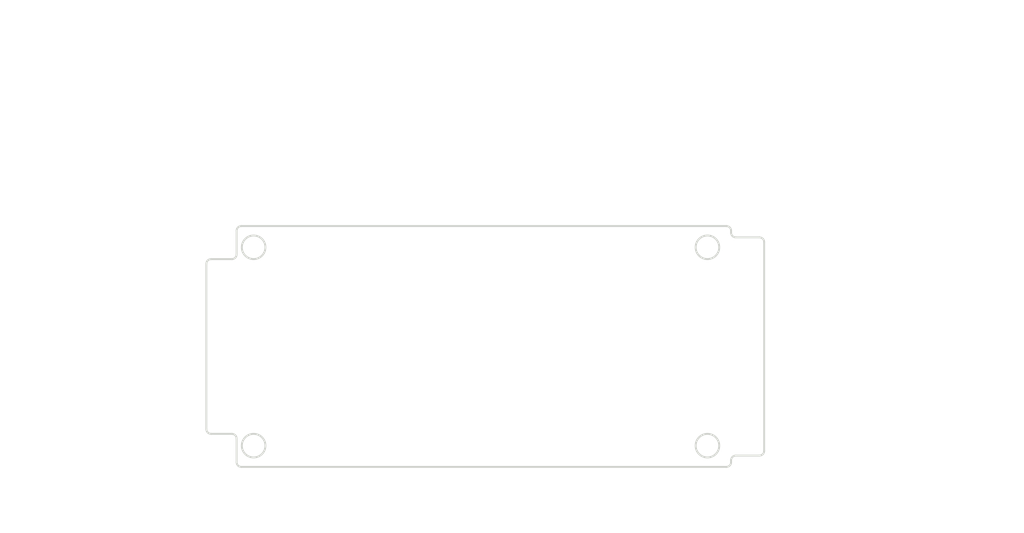
<source format=kicad_pcb>
(kicad_pcb (version 20221018) (generator pcbnew)

  (general
    (thickness 1.6)
  )

  (paper "A4")
  (layers
    (0 "F.Cu" signal)
    (31 "B.Cu" signal)
    (32 "B.Adhes" user "B.Adhesive")
    (33 "F.Adhes" user "F.Adhesive")
    (34 "B.Paste" user)
    (35 "F.Paste" user)
    (36 "B.SilkS" user "B.Silkscreen")
    (37 "F.SilkS" user "F.Silkscreen")
    (38 "B.Mask" user)
    (39 "F.Mask" user)
    (40 "Dwgs.User" user "User.Drawings")
    (41 "Cmts.User" user "User.Comments")
    (42 "Eco1.User" user "User.Eco1")
    (43 "Eco2.User" user "User.Eco2")
    (44 "Edge.Cuts" user)
    (45 "Margin" user)
    (46 "B.CrtYd" user "B.Courtyard")
    (47 "F.CrtYd" user "F.Courtyard")
    (48 "B.Fab" user)
    (49 "F.Fab" user)
  )

  (setup
    (pad_to_mask_clearance 0.051)
    (solder_mask_min_width 0.25)
    (pcbplotparams
      (layerselection 0x00010fc_ffffffff)
      (plot_on_all_layers_selection 0x0000000_00000000)
      (disableapertmacros false)
      (usegerberextensions false)
      (usegerberattributes false)
      (usegerberadvancedattributes false)
      (creategerberjobfile false)
      (dashed_line_dash_ratio 12.000000)
      (dashed_line_gap_ratio 3.000000)
      (svgprecision 4)
      (plotframeref false)
      (viasonmask false)
      (mode 1)
      (useauxorigin false)
      (hpglpennumber 1)
      (hpglpenspeed 20)
      (hpglpendiameter 15.000000)
      (dxfpolygonmode true)
      (dxfimperialunits true)
      (dxfusepcbnewfont true)
      (psnegative false)
      (psa4output false)
      (plotreference true)
      (plotvalue true)
      (plotinvisibletext false)
      (sketchpadsonfab false)
      (subtractmaskfromsilk false)
      (outputformat 1)
      (mirror false)
      (drillshape 1)
      (scaleselection 1)
      (outputdirectory "")
    )
  )

  (net 0 "")

  (gr_line (start 95.962344 88.158606) (end 95.962344 83.875938)
    (stroke (width 0.2) (type solid)) (layer "Dwgs.User") (tstamp 0371787d-6841-42b3-a322-85fe8928e62d))
  (gr_line (start 170.830012 90.858606) (end 170.830012 66.328241)
    (stroke (width 0.2) (type solid)) (layer "Dwgs.User") (tstamp 0fc27945-9867-484f-9aa6-d362d0e809de))
  (gr_line (start 95.962344 94.408606) (end 95.962344 96.408606)
    (stroke (width 0.2) (type solid)) (layer "Dwgs.User") (tstamp 157ebbfd-077e-4c1b-95a7-7f953a54a889))
  (gr_line (start 115.830012 113.408606) (end 90.857187 113.408606)
    (stroke (width 0.2) (type solid)) (layer "Dwgs.User") (tstamp 2deb6fcb-6d84-4bd1-978d-3d14063c0e89))
  (gr_line (start 106.859614 95.658606) (end 106.859614 97.27987)
    (stroke (width 0.2) (type solid)) (layer "Dwgs.User") (tstamp 3002dcbe-2e1b-402c-b928-8a9a4685cf96))
  (gr_line (start 111.330012 93.658606) (end 103.684614 93.658606)
    (stroke (width 0.2) (type solid)) (layer "Dwgs.User") (tstamp 359fc935-d292-4787-8a91-95779084e9e3))
  (gr_line (start 162.830012 79.322643) (end 162.304158 79.322643)
    (stroke (width 0.2) (type solid)) (layer "Dwgs.User") (tstamp 3bb09e49-271a-4a6b-91c3-eb4b34a5b3a6))
  (gr_line (start 123.898366 119.938097) (end 121.898366 119.938097)
    (stroke (width 0.2) (type solid)) (layer "Dwgs.User") (tstamp 3e23a5d0-a304-426a-a722-5bfb26f6177c))
  (gr_line (start 115.030012 89.658606) (end 115.030012 71.360685)
    (stroke (width 0.2) (type solid)) (layer "Dwgs.User") (tstamp 3e47f52d-7ff9-4362-a809-df8cc300ba91))
  (gr_line (start 116.740012 113.408606) (end 116.920012 113.408606)
    (stroke (width 0.2) (type solid)) (layer "Dwgs.User") (tstamp 582955a3-eda1-4ffe-aeef-2bccbaf5a26e))
  (gr_line (start 117.030012 74.535685) (end 147.743605 74.535685)
    (stroke (width 0.2) (type solid)) (layer "Dwgs.User") (tstamp 669a44c3-d273-40dc-9aae-269423c4acfd))
  (gr_line (start 94.032187 111.408606) (end 94.032187 103.966041)
    (stroke (width 0.2) (type solid)) (layer "Dwgs.User") (tstamp 6a320fdf-ba63-4a5e-a525-7e3d12c387cb))
  (gr_line (start 116.830012 113.498606) (end 116.830012 113.318606)
    (stroke (width 0.2) (type solid)) (layer "Dwgs.User") (tstamp 7df08fb8-561f-4639-ba12-fbc1226620fb))
  (gr_line (start 113.830012 79.322643) (end 154.214935 79.322643)
    (stroke (width 0.2) (type solid)) (layer "Dwgs.User") (tstamp 8a57e721-f6ac-4262-a1b8-e1645faed5c5))
  (gr_line (start 171.330012 91.358606) (end 189.778438 91.358606)
    (stroke (width 0.2) (type solid)) (layer "Dwgs.User") (tstamp 911af330-3dff-4a1d-8049-141d62985f70))
  (gr_line (start 167.330012 89.658606) (end 167.330012 71.360685)
    (stroke (width 0.2) (type solid)) (layer "Dwgs.User") (tstamp 92fd39b8-0007-4766-be5b-5a5130bd95ac))
  (gr_line (start 115.830012 92.408606) (end 90.857187 92.408606)
    (stroke (width 0.2) (type solid)) (layer "Dwgs.User") (tstamp 9587af1b-7e1c-406b-98ed-156cb7ebc968))
  (gr_line (start 186.603438 112.458606) (end 186.603438 100.898176)
    (stroke (width 0.2) (type solid)) (layer "Dwgs.User") (tstamp 97d753f0-a4a1-401e-8c99-5d5933c34d2f))
  (gr_line (start 194.297286 113.658606) (end 194.297286 101.466041)
    (stroke (width 0.2) (type solid)) (layer "Dwgs.User") (tstamp 9df05fc0-263a-4818-bc48-3c3714b5eaa8))
  (gr_line (start 165.330012 74.535685) (end 155.832828 74.535685)
    (stroke (width 0.2) (type solid)) (layer "Dwgs.User") (tstamp 9e70ee59-0496-4295-a2a7-8812bead000f))
  (gr_line (start 171.330012 114.458606) (end 189.778438 114.458606)
    (stroke (width 0.2) (type solid)) (layer "Dwgs.User") (tstamp 9fb1db5e-d22a-4be1-bbef-7abbaf67071c))
  (gr_line (start 111.830012 93.158606) (end 111.830012 66.328241)
    (stroke (width 0.2) (type solid)) (layer "Dwgs.User") (tstamp a0a9c995-b492-4f61-9f7c-a3f98c89afa2))
  (gr_line (start 115.030012 89.658606) (end 115.030012 81.605775)
    (stroke (width 0.2) (type solid)) (layer "Dwgs.User") (tstamp a5d34a7c-e12f-40a3-a2ea-539c5ba4ef9b))
  (gr_line (start 114.530012 90.158606) (end 92.787344 90.158606)
    (stroke (width 0.2) (type solid)) (layer "Dwgs.User") (tstamp a694b22d-c875-4c8b-b78f-7fba91791905))
  (gr_line (start 186.603438 93.358606) (end 186.603438 93.782146)
    (stroke (width 0.2) (type solid)) (layer "Dwgs.User") (tstamp b26da535-be15-4ece-b82e-f3da852e279f))
  (gr_line (start 95.962344 83.875938) (end 97.962344 83.875938)
    (stroke (width 0.2) (type solid)) (layer "Dwgs.User") (tstamp b406172a-6aa8-458d-89df-26d4abbe95dc))
  (gr_line (start 167.830012 115.658606) (end 197.472286 115.658606)
    (stroke (width 0.2) (type solid)) (layer "Dwgs.User") (tstamp b74bc122-2d98-4391-aace-7df44e876380))
  (gr_line (start 111.830012 93.158606) (end 111.830012 81.605775)
    (stroke (width 0.2) (type solid)) (layer "Dwgs.User") (tstamp c0ebc8bb-f750-48d0-87b5-91fceaedb0e0))
  (gr_line (start 194.297286 92.158606) (end 194.297286 94.351171)
    (stroke (width 0.2) (type solid)) (layer "Dwgs.User") (tstamp c940fa96-e374-4670-8f11-6b5627d9a6ef))
  (gr_line (start 113.830012 69.503241) (end 156.845587 69.503241)
    (stroke (width 0.2) (type solid)) (layer "Dwgs.User") (tstamp cbb43e9d-ca01-4a30-8955-708388a31ed4))
  (gr_line (start 115.830012 92.408606) (end 92.787344 92.408606)
    (stroke (width 0.2) (type solid)) (layer "Dwgs.User") (tstamp cc100a55-d7d8-42f9-bf29-1f52f3847b18))
  (gr_line (start 109.830012 84.780775) (end 107.830012 84.780775)
    (stroke (width 0.2) (type solid)) (layer "Dwgs.User") (tstamp d630eb96-184b-47e9-954e-5f760a83d057))
  (gr_line (start 106.859614 110.158606) (end 106.859614 104.394741)
    (stroke (width 0.2) (type solid)) (layer "Dwgs.User") (tstamp df2776d3-057b-43aa-9594-98fc9db98802))
  (gr_line (start 121.898366 119.938097) (end 118.822834 115.975932)
    (stroke (width 0.2) (type solid)) (layer "Dwgs.User") (tstamp e4f85578-6e06-41f5-b823-8d1f5b2b98de))
  (gr_line (start 167.830012 90.158606) (end 197.472286 90.158606)
    (stroke (width 0.2) (type solid)) (layer "Dwgs.User") (tstamp e8368b2e-af39-4e6e-ad9d-f1b6a4994bec))
  (gr_line (start 111.330012 112.158606) (end 103.684614 112.158606)
    (stroke (width 0.2) (type solid)) (layer "Dwgs.User") (tstamp e98c2b86-f540-471d-af8d-3873db4a4aa9))
  (gr_line (start 117.030012 84.780775) (end 119.609636 84.780775)
    (stroke (width 0.2) (type solid)) (layer "Dwgs.User") (tstamp ef6f7bee-7c8c-4a67-aa11-bb9e1c9c13b6))
  (gr_line (start 164.830012 91.408606) (end 164.830012 76.147643)
    (stroke (width 0.2) (type solid)) (layer "Dwgs.User") (tstamp efce44f0-2028-414e-a90e-048daf269ac5))
  (gr_line (start 111.830012 93.158606) (end 111.830012 76.147643)
    (stroke (width 0.2) (type solid)) (layer "Dwgs.User") (tstamp f7e73ce5-383b-4f95-b64c-323afda65c00))
  (gr_line (start 168.830012 69.503241) (end 164.93481 69.503241)
    (stroke (width 0.2) (type solid)) (layer "Dwgs.User") (tstamp fa37afe4-aea3-47f7-a7f4-2572b7c24acf))
  (gr_line (start 94.032187 94.408606) (end 94.032187 96.851171)
    (stroke (width 0.2) (type solid)) (layer "Dwgs.User") (tstamp fa5db289-a68e-4879-ab93-a3d68c13ff98))
  (gr_arc (start 170.830012 113.958606) (mid 170.683565 114.312159) (end 170.330012 114.458606)
    (stroke (width 0.2) (type solid)) (layer "Edge.Cuts") (tstamp 19e8a15c-cff0-4420-9126-0cf60b089379))
  (gr_arc (start 112.330012 112.158606) (mid 111.976459 112.012159) (end 111.830012 111.658606)
    (stroke (width 0.2) (type solid)) (layer "Edge.Cuts") (tstamp 39f76e77-4cd7-44ec-a679-e701367da06f))
  (gr_arc (start 167.330012 115.158606) (mid 167.183565 115.512159) (end 166.830012 115.658606)
    (stroke (width 0.2) (type solid)) (layer "Edge.Cuts") (tstamp 3df3550d-e0ac-4bad-9d20-fef709eb98a6))
  (gr_line (start 115.530012 115.658606) (end 166.830012 115.658606)
    (stroke (width 0.2) (type solid)) (layer "Edge.Cuts") (tstamp 4189340e-f2db-4942-8df4-9704baa51879))
  (gr_line (start 167.830012 114.458606) (end 170.330012 114.458606)
    (stroke (width 0.2) (type solid)) (layer "Edge.Cuts") (tstamp 4e99ad3b-79be-4baf-82bb-46c1a6b8da41))
  (gr_line (start 170.830012 113.958606) (end 170.830012 91.858606)
    (stroke (width 0.2) (type solid)) (layer "Edge.Cuts") (tstamp 535c2219-0808-4d33-b0d1-001696062048))
  (gr_line (start 112.330012 112.158606) (end 114.530012 112.158606)
    (stroke (width 0.2) (type solid)) (layer "Edge.Cuts") (tstamp 7a3fc5e3-8a6b-42ea-a2db-5b0d2b486333))
  (gr_line (start 111.830012 94.158606) (end 111.830012 111.658606)
    (stroke (width 0.2) (type solid)) (layer "Edge.Cuts") (tstamp 8110109d-bf56-4fbb-a6b2-c9d554421e5f))
  (gr_arc (start 167.830012 91.358606) (mid 167.476459 91.212159) (end 167.330012 90.858606)
    (stroke (width 0.2) (type solid)) (layer "Edge.Cuts") (tstamp 81b2044d-78df-4f64-87b8-74c3323f7c6b))
  (gr_line (start 115.030012 112.658606) (end 115.030012 115.158606)
    (stroke (width 0.2) (type solid)) (layer "Edge.Cuts") (tstamp 821b0fd2-5cd6-455f-975e-c77d9ab0fe0e))
  (gr_arc (start 115.530012 115.658606) (mid 115.176459 115.512159) (end 115.030012 115.158606)
    (stroke (width 0.2) (type solid)) (layer "Edge.Cuts") (tstamp 84fec2e6-acd9-429e-bf4d-ee013e44ae1b))
  (gr_line (start 170.330012 91.358606) (end 167.830012 91.358606)
    (stroke (width 0.2) (type solid)) (layer "Edge.Cuts") (tstamp 8c35dfb0-9ea7-44eb-af0b-8220c150ca82))
  (gr_arc (start 170.330012 91.358606) (mid 170.683565 91.505053) (end 170.830012 91.858606)
    (stroke (width 0.2) (type solid)) (layer "Edge.Cuts") (tstamp 94b90549-29dc-48b0-91c9-0bcac5c3c547))
  (gr_line (start 167.330012 115.158606) (end 167.330012 114.958606)
    (stroke (width 0.2) (type solid)) (layer "Edge.Cuts") (tstamp 98446e03-a185-4865-bc50-c38f5e9e0f8a))
  (gr_arc (start 114.530012 112.158606) (mid 114.883565 112.305053) (end 115.030012 112.658606)
    (stroke (width 0.2) (type solid)) (layer "Edge.Cuts") (tstamp a4d45eeb-5ed5-464c-aea3-ebff4d74271d))
  (gr_line (start 114.530012 93.658606) (end 112.330012 93.658606)
    (stroke (width 0.2) (type solid)) (layer "Edge.Cuts") (tstamp b8cbd00d-2dbe-4320-a028-0d4cf9b05ba6))
  (gr_arc (start 166.830012 90.158606) (mid 167.183565 90.305053) (end 167.330012 90.658606)
    (stroke (width 0.2) (type solid)) (layer "Edge.Cuts") (tstamp c070d9ee-b68e-48d2-8c40-f282c9356533))
  (gr_circle (center 116.830012 92.408606) (end 118.080012 92.408606)
    (stroke (width 0.2) (type solid)) (fill none) (layer "Edge.Cuts") (tstamp c64c6ff1-fb20-47f7-a955-b2a536ee663e))
  (gr_arc (start 115.030012 93.158606) (mid 114.883565 93.512159) (end 114.530012 93.658606)
    (stroke (width 0.2) (type solid)) (layer "Edge.Cuts") (tstamp c74d2c0f-9f93-46d4-8c8d-0835b2f05d0f))
  (gr_line (start 115.030012 90.658606) (end 115.030012 93.158606)
    (stroke (width 0.2) (type solid)) (layer "Edge.Cuts") (tstamp c7c78f25-818f-4f67-bb56-8574d30a3717))
  (gr_arc (start 111.830012 94.158606) (mid 111.976459 93.805053) (end 112.330012 93.658606)
    (stroke (width 0.2) (type solid)) (layer "Edge.Cuts") (tstamp c804b0fe-8798-4c34-bf73-61857e3f697d))
  (gr_circle (center 116.830012 113.408606) (end 118.080012 113.408606)
    (stroke (width 0.2) (type solid)) (fill none) (layer "Edge.Cuts") (tstamp d3545934-221e-41d5-a91f-8c39bfd217a9))
  (gr_line (start 166.830012 90.158606) (end 115.530012 90.158606)
    (stroke (width 0.2) (type solid)) (layer "Edge.Cuts") (tstamp dd24316c-4f72-4488-aa11-bca50780a4b8))
  (gr_arc (start 115.030012 90.658606) (mid 115.176459 90.305053) (end 115.530012 90.158606)
    (stroke (width 0.2) (type solid)) (layer "Edge.Cuts") (tstamp e8af28b0-f814-4482-9048-c4615191228e))
  (gr_line (start 167.330012 90.858606) (end 167.330012 90.658606)
    (stroke (width 0.2) (type solid)) (layer "Edge.Cuts") (tstamp e8c5f5ee-c92b-4685-8a0c-b590e98eb8e9))
  (gr_circle (center 164.830012 113.408606) (end 166.080012 113.408606)
    (stroke (width 0.2) (type solid)) (fill none) (layer "Edge.Cuts") (tstamp f2913876-46cf-4c22-8836-fb632e66dbd1))
  (gr_circle (center 164.830012 92.408606) (end 166.080012 92.408606)
    (stroke (width 0.2) (type solid)) (fill none) (layer "Edge.Cuts") (tstamp f491c34a-0b88-44af-a11d-7afe948605d5))
  (gr_arc (start 167.330012 114.958606) (mid 167.476459 114.605053) (end 167.830012 114.458606)
    (stroke (width 0.2) (type solid)) (layer "Edge.Cuts") (tstamp fc55dbe6-b705-4766-8182-9419e6dfd097))
  (gr_text " 25.50" (at 194.297286 96.240632) (layer "Dwgs.User") (tstamp 013d1101-93a6-47f2-8cc3-12802ff8a3ff)
    (effects (font (size 1.7 1.53) (thickness 0.2125)))
  )
  (gr_text " 3.20" (at 122.993845 83.112221) (layer "Dwgs.User") (tstamp 0176f3b2-d34f-4f9c-b096-49c69c0245a1)
    (effects (font (size 1.7 1.53) (thickness 0.2125)))
  )
  (gr_text "[.73]" (at 106.859614 102.726767) (layer "Dwgs.User") (tstamp 0581466e-4330-49c6-ad33-c78aeb28a937)
    (effects (font (size 1.7 1.53) (thickness 0.2125)))
  )
  (gr_text "[1.00]" (at 194.297286 99.798067) (layer "Dwgs.User") (tstamp 0d5e34f0-903a-467f-82eb-c5b8558aa68f)
    (effects (font (size 1.7 1.53) (thickness 0.2125)))
  )
  (gr_text "[.13]" (at 122.993845 86.670236) (layer "Dwgs.User") (tstamp 110a8298-128d-4ffd-83c9-60447353f88d)
    (effects (font (size 1.7 1.53) (thickness 0.2125)))
  )
  (gr_text "[2.32]" (at 160.890199 71.392702) (layer "Dwgs.User") (tstamp 1193357b-fc1f-4930-90e7-2b20f087aae7)
    (effects (font (size 1.7 1.53) (thickness 0.2125)))
  )
  (gr_text "[.91]" (at 186.603438 99.229622) (layer "Dwgs.User") (tstamp 32aadced-30f2-4dc1-ba90-d724a145902d)
    (effects (font (size 1.7 1.53) (thickness 0.2125)))
  )
  (gr_text " 59.00" (at 160.890199 67.835267) (layer "Dwgs.User") (tstamp 46bd7bff-3b09-45f2-89d7-e735e4ce239b)
    (effects (font (size 1.7 1.53) (thickness 0.2125)))
  )
  (gr_text "[.09]" (at 101.35583 85.765399) (layer "Dwgs.User") (tstamp 47b2fd4f-14a8-4612-9bec-ecd3bb7640ba)
    (effects (font (size 1.7 1.53) (thickness 0.2125)))
  )
  (gr_text " 52.30" (at 151.788216 72.867131) (layer "Dwgs.User") (tstamp 560e96eb-10ed-4773-8062-b6d566b3d25d)
    (effects (font (size 1.7 1.53) (thickness 0.2125)))
  )
  (gr_text " 21.00" (at 94.032187 98.740632) (layer "Dwgs.User") (tstamp 6501db0a-ec6f-4151-bfe5-eb95f1ef1c15)
    (effects (font (size 1.7 1.53) (thickness 0.2125)))
  )
  (gr_text " ∅2.50\n[∅0.10]" (at 128.435235 119.938097) (layer "Dwgs.User") (tstamp 6a5e3b32-3642-4d8b-b3fe-d3a2d86e8e6b)
    (effects (font (size 1.7 1.53) (thickness 0.2125)))
  )
  (gr_text " 18.50" (at 106.859614 99.169331) (layer "Dwgs.User") (tstamp 7c9e90d2-9e15-4e64-a858-19f7a0f6b898)
    (effects (font (size 1.7 1.53) (thickness 0.2125)))
  )
  (gr_text "[2.09]" (at 158.259547 81.212104) (layer "Dwgs.User") (tstamp 845dd486-5ba3-4196-a580-5816031402fb)
    (effects (font (size 1.7 1.53) (thickness 0.2125)))
  )
  (gr_text "[2.06]" (at 151.788216 76.425146) (layer "Dwgs.User") (tstamp a125c412-9ed3-43bc-97bf-0660a3c3b0f6)
    (effects (font (size 1.7 1.53) (thickness 0.2125)))
  )
  (gr_text " 23.10" (at 186.603438 95.671607) (layer "Dwgs.User") (tstamp ab08b890-60d7-4391-9732-4afd985c3b3f)
    (effects (font (size 1.7 1.53) (thickness 0.2125)))
  )
  (gr_text " 53.00" (at 158.259547 77.654089) (layer "Dwgs.User") (tstamp aedf4d7b-9704-4ffd-9698-9dbb72f32fbf)
    (effects (font (size 1.7 1.53) (thickness 0.2125)))
  )
  (gr_text "[.83]" (at 94.032187 102.298067) (layer "Dwgs.User") (tstamp c5d2bb3a-9807-4ba7-afed-f8fcd229d413)
    (effects (font (size 1.7 1.53) (thickness 0.2125)))
  )
  (gr_text " 2.25" (at 101.35583 82.207963) (layer "Dwgs.User") (tstamp d1b6ceb1-66b8-49ca-a80d-7d494b19d31f)
    (effects (font (size 1.7 1.53) (thickness 0.2125)))
  )

)

</source>
